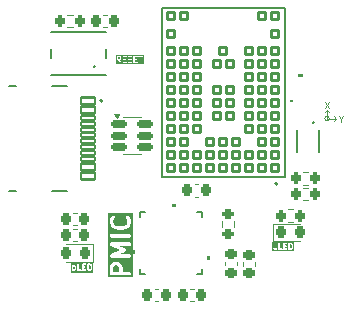
<source format=gto>
G04 #@! TF.GenerationSoftware,KiCad,Pcbnew,8.0.6*
G04 #@! TF.CreationDate,2025-05-06T14:47:19+02:00*
G04 #@! TF.ProjectId,nRF5340,6e524635-3334-4302-9e6b-696361645f70,rev?*
G04 #@! TF.SameCoordinates,Original*
G04 #@! TF.FileFunction,Legend,Top*
G04 #@! TF.FilePolarity,Positive*
%FSLAX46Y46*%
G04 Gerber Fmt 4.6, Leading zero omitted, Abs format (unit mm)*
G04 Created by KiCad (PCBNEW 8.0.6) date 2025-05-06 14:47:19*
%MOMM*%
%LPD*%
G01*
G04 APERTURE LIST*
G04 Aperture macros list*
%AMRoundRect*
0 Rectangle with rounded corners*
0 $1 Rounding radius*
0 $2 $3 $4 $5 $6 $7 $8 $9 X,Y pos of 4 corners*
0 Add a 4 corners polygon primitive as box body*
4,1,4,$2,$3,$4,$5,$6,$7,$8,$9,$2,$3,0*
0 Add four circle primitives for the rounded corners*
1,1,$1+$1,$2,$3*
1,1,$1+$1,$4,$5*
1,1,$1+$1,$6,$7*
1,1,$1+$1,$8,$9*
0 Add four rect primitives between the rounded corners*
20,1,$1+$1,$2,$3,$4,$5,0*
20,1,$1+$1,$4,$5,$6,$7,0*
20,1,$1+$1,$6,$7,$8,$9,0*
20,1,$1+$1,$8,$9,$2,$3,0*%
G04 Aperture macros list end*
%ADD10C,0.120000*%
%ADD11C,0.125000*%
%ADD12C,0.300000*%
%ADD13C,0.200000*%
%ADD14C,0.152400*%
%ADD15C,0.000000*%
%ADD16C,0.127000*%
%ADD17RoundRect,0.225000X0.225000X0.250000X-0.225000X0.250000X-0.225000X-0.250000X0.225000X-0.250000X0*%
%ADD18RoundRect,0.200000X-0.200000X-0.275000X0.200000X-0.275000X0.200000X0.275000X-0.200000X0.275000X0*%
%ADD19RoundRect,0.225000X-0.250000X0.225000X-0.250000X-0.225000X0.250000X-0.225000X0.250000X0.225000X0*%
%ADD20RoundRect,0.225000X-0.225000X-0.250000X0.225000X-0.250000X0.225000X0.250000X-0.225000X0.250000X0*%
%ADD21R,0.254000X0.762000*%
%ADD22R,0.762000X0.254000*%
%ADD23R,3.606800X3.606800*%
%ADD24RoundRect,0.218750X0.218750X0.256250X-0.218750X0.256250X-0.218750X-0.256250X0.218750X-0.256250X0*%
%ADD25R,0.990600X0.711200*%
%ADD26RoundRect,0.102000X0.300000X-0.300000X0.300000X0.300000X-0.300000X0.300000X-0.300000X-0.300000X0*%
%ADD27RoundRect,0.200000X0.200000X0.275000X-0.200000X0.275000X-0.200000X-0.275000X0.200000X-0.275000X0*%
%ADD28RoundRect,0.200000X0.275000X-0.200000X0.275000X0.200000X-0.275000X0.200000X-0.275000X-0.200000X0*%
%ADD29RoundRect,0.218750X-0.218750X-0.256250X0.218750X-0.256250X0.218750X0.256250X-0.218750X0.256250X0*%
%ADD30RoundRect,0.102000X-0.575000X0.300000X-0.575000X-0.300000X0.575000X-0.300000X0.575000X0.300000X0*%
%ADD31RoundRect,0.102000X-0.575000X0.150000X-0.575000X-0.150000X0.575000X-0.150000X0.575000X0.150000X0*%
%ADD32O,2.004000X1.204000*%
%ADD33O,2.404000X1.204000*%
%ADD34R,0.304800X0.711200*%
%ADD35R,1.092200X0.508000*%
%ADD36R,0.254000X0.279400*%
%ADD37R,0.279400X0.254000*%
%ADD38RoundRect,0.150000X-0.512500X-0.150000X0.512500X-0.150000X0.512500X0.150000X-0.512500X0.150000X0*%
%ADD39C,0.990600*%
G04 APERTURE END LIST*
D10*
X193532003Y-60000000D02*
G75*
G02*
X193167997Y-60000000I-182003J0D01*
G01*
X193167997Y-60000000D02*
G75*
G02*
X193532003Y-60000000I182003J0D01*
G01*
D11*
G36*
X171974738Y-72574152D02*
G01*
X171984202Y-72583616D01*
X171996878Y-72608967D01*
X171996878Y-72722317D01*
X171984202Y-72747668D01*
X171974738Y-72757133D01*
X171949386Y-72769809D01*
X171883783Y-72769809D01*
X171883783Y-72561476D01*
X171949386Y-72561476D01*
X171974738Y-72574152D01*
G37*
G36*
X173287522Y-72410746D02*
G01*
X173317537Y-72440761D01*
X173333741Y-72473169D01*
X173354021Y-72554288D01*
X173354021Y-72610329D01*
X173333741Y-72691448D01*
X173317538Y-72723855D01*
X173287520Y-72753873D01*
X173239712Y-72769809D01*
X173193307Y-72769809D01*
X173193307Y-72394809D01*
X173239711Y-72394809D01*
X173287522Y-72410746D01*
G37*
G36*
X173541521Y-73119218D02*
G01*
X171696283Y-73119218D01*
X171696283Y-72498976D01*
X171758783Y-72498976D01*
X171758783Y-72998976D01*
X171763541Y-73022894D01*
X171797365Y-73056718D01*
X171845201Y-73056718D01*
X171879025Y-73022894D01*
X171883783Y-72998976D01*
X171883783Y-72894809D01*
X171964140Y-72894809D01*
X171967209Y-72894198D01*
X171968570Y-72894652D01*
X171978236Y-72892004D01*
X171988058Y-72890051D01*
X171989071Y-72889037D01*
X171992090Y-72888211D01*
X172039709Y-72864402D01*
X172047624Y-72858258D01*
X172055953Y-72852694D01*
X172079763Y-72828884D01*
X172085326Y-72820557D01*
X172091471Y-72812640D01*
X172115280Y-72765022D01*
X172116106Y-72762002D01*
X172117120Y-72760989D01*
X172119074Y-72751161D01*
X172121720Y-72741501D01*
X172121267Y-72740142D01*
X172121878Y-72737071D01*
X172121878Y-72594214D01*
X172121267Y-72591142D01*
X172121720Y-72589784D01*
X172119074Y-72580123D01*
X172117120Y-72570296D01*
X172116106Y-72569282D01*
X172115280Y-72566263D01*
X172091471Y-72518645D01*
X172085326Y-72510727D01*
X172079763Y-72502401D01*
X172055953Y-72478591D01*
X172047624Y-72473026D01*
X172039709Y-72466883D01*
X171992090Y-72443074D01*
X171989071Y-72442247D01*
X171988058Y-72441234D01*
X171978236Y-72439280D01*
X171968570Y-72436633D01*
X171967209Y-72437086D01*
X171964140Y-72436476D01*
X171868902Y-72436476D01*
X171865830Y-72437086D01*
X171864472Y-72436634D01*
X171854811Y-72439279D01*
X171844984Y-72441234D01*
X171797365Y-72441234D01*
X171763541Y-72475058D01*
X171758783Y-72498976D01*
X171696283Y-72498976D01*
X171696283Y-72332309D01*
X172211164Y-72332309D01*
X172211164Y-72832309D01*
X172215922Y-72856227D01*
X172249746Y-72890051D01*
X172273664Y-72894809D01*
X172511759Y-72894809D01*
X172535677Y-72890051D01*
X172569501Y-72856227D01*
X172569501Y-72808391D01*
X172535677Y-72774567D01*
X172511759Y-72769809D01*
X172336164Y-72769809D01*
X172336164Y-72332309D01*
X172615926Y-72332309D01*
X172615926Y-72832309D01*
X172620684Y-72856227D01*
X172654508Y-72890051D01*
X172678426Y-72894809D01*
X172916521Y-72894809D01*
X172940439Y-72890051D01*
X172974263Y-72856227D01*
X172974263Y-72808391D01*
X172940439Y-72774567D01*
X172916521Y-72769809D01*
X172740926Y-72769809D01*
X172740926Y-72632904D01*
X172845093Y-72632904D01*
X172869011Y-72628146D01*
X172902835Y-72594322D01*
X172902835Y-72546486D01*
X172869011Y-72512662D01*
X172845093Y-72507904D01*
X172740926Y-72507904D01*
X172740926Y-72394809D01*
X172916521Y-72394809D01*
X172940439Y-72390051D01*
X172974263Y-72356227D01*
X172974263Y-72332309D01*
X173068307Y-72332309D01*
X173068307Y-72832309D01*
X173073065Y-72856227D01*
X173106889Y-72890051D01*
X173130807Y-72894809D01*
X173249855Y-72894809D01*
X173259680Y-72892854D01*
X173269619Y-72891602D01*
X173341047Y-72867793D01*
X173343767Y-72866242D01*
X173345201Y-72866242D01*
X173353534Y-72860673D01*
X173362233Y-72855715D01*
X173362873Y-72854434D01*
X173365478Y-72852694D01*
X173413097Y-72805074D01*
X173418666Y-72796737D01*
X173424803Y-72788831D01*
X173448614Y-72741212D01*
X173450422Y-72734607D01*
X173453346Y-72728419D01*
X173477155Y-72633181D01*
X173477527Y-72625532D01*
X173479021Y-72618023D01*
X173479021Y-72546595D01*
X173477527Y-72539085D01*
X173477155Y-72531437D01*
X173453346Y-72436199D01*
X173450422Y-72430010D01*
X173448614Y-72423406D01*
X173424803Y-72375787D01*
X173418662Y-72367875D01*
X173413096Y-72359544D01*
X173365477Y-72311925D01*
X173362875Y-72310186D01*
X173362234Y-72308904D01*
X173353522Y-72303937D01*
X173345200Y-72298377D01*
X173343769Y-72298377D01*
X173341048Y-72296826D01*
X173269620Y-72273016D01*
X173259678Y-72271763D01*
X173249855Y-72269809D01*
X173130807Y-72269809D01*
X173106889Y-72274567D01*
X173073065Y-72308391D01*
X173068307Y-72332309D01*
X172974263Y-72332309D01*
X172974263Y-72308391D01*
X172940439Y-72274567D01*
X172916521Y-72269809D01*
X172678426Y-72269809D01*
X172654508Y-72274567D01*
X172620684Y-72308391D01*
X172615926Y-72332309D01*
X172336164Y-72332309D01*
X172331406Y-72308391D01*
X172297582Y-72274567D01*
X172249746Y-72274567D01*
X172215922Y-72308391D01*
X172211164Y-72332309D01*
X171696283Y-72332309D01*
X171696283Y-72207309D01*
X173541521Y-72207309D01*
X173541521Y-73119218D01*
G37*
X193203664Y-58582309D02*
X193536997Y-59082309D01*
X193536997Y-58582309D02*
X193203664Y-59082309D01*
X193340166Y-60004668D02*
X193340166Y-59242764D01*
X193530642Y-59433240D02*
X193340166Y-59242764D01*
X193340166Y-59242764D02*
X193149690Y-59433240D01*
G36*
X190307522Y-70650746D02*
G01*
X190337537Y-70680761D01*
X190353741Y-70713169D01*
X190374021Y-70794288D01*
X190374021Y-70850329D01*
X190353741Y-70931448D01*
X190337538Y-70963855D01*
X190307520Y-70993873D01*
X190259712Y-71009809D01*
X190213307Y-71009809D01*
X190213307Y-70634809D01*
X190259711Y-70634809D01*
X190307522Y-70650746D01*
G37*
G36*
X190561521Y-71197309D02*
G01*
X188716283Y-71197309D01*
X188716283Y-70738976D01*
X188778783Y-70738976D01*
X188778783Y-71000880D01*
X188779393Y-71003951D01*
X188778941Y-71005310D01*
X188781586Y-71014970D01*
X188783541Y-71024798D01*
X188784554Y-71025811D01*
X188785381Y-71028831D01*
X188809191Y-71076451D01*
X188816820Y-71086280D01*
X188817877Y-71089450D01*
X188821406Y-71092189D01*
X188824144Y-71095716D01*
X188827311Y-71096771D01*
X188837143Y-71104402D01*
X188884761Y-71128211D01*
X188887780Y-71129037D01*
X188888794Y-71130051D01*
X188898621Y-71132005D01*
X188908282Y-71134651D01*
X188909640Y-71134198D01*
X188912712Y-71134809D01*
X188984140Y-71134809D01*
X188987209Y-71134198D01*
X188988570Y-71134652D01*
X188998236Y-71132004D01*
X189008058Y-71130051D01*
X189009071Y-71129037D01*
X189012090Y-71128211D01*
X189023904Y-71122304D01*
X189031651Y-71130051D01*
X189079487Y-71130051D01*
X189113311Y-71096227D01*
X189118069Y-71072309D01*
X189118069Y-70738976D01*
X189113311Y-70715058D01*
X189079487Y-70681234D01*
X189031651Y-70681234D01*
X188997827Y-70715058D01*
X188993069Y-70738976D01*
X188993069Y-70997967D01*
X188969386Y-71009809D01*
X188927466Y-71009809D01*
X188911678Y-71001915D01*
X188903783Y-70986125D01*
X188903783Y-70738976D01*
X188899025Y-70715058D01*
X188865201Y-70681234D01*
X188817365Y-70681234D01*
X188783541Y-70715058D01*
X188778783Y-70738976D01*
X188716283Y-70738976D01*
X188716283Y-70572309D01*
X189231164Y-70572309D01*
X189231164Y-71072309D01*
X189235922Y-71096227D01*
X189269746Y-71130051D01*
X189293664Y-71134809D01*
X189531759Y-71134809D01*
X189555677Y-71130051D01*
X189589501Y-71096227D01*
X189589501Y-71048391D01*
X189555677Y-71014567D01*
X189531759Y-71009809D01*
X189356164Y-71009809D01*
X189356164Y-70572309D01*
X189635926Y-70572309D01*
X189635926Y-71072309D01*
X189640684Y-71096227D01*
X189674508Y-71130051D01*
X189698426Y-71134809D01*
X189936521Y-71134809D01*
X189960439Y-71130051D01*
X189994263Y-71096227D01*
X189994263Y-71048391D01*
X189960439Y-71014567D01*
X189936521Y-71009809D01*
X189760926Y-71009809D01*
X189760926Y-70872904D01*
X189865093Y-70872904D01*
X189889011Y-70868146D01*
X189922835Y-70834322D01*
X189922835Y-70786486D01*
X189889011Y-70752662D01*
X189865093Y-70747904D01*
X189760926Y-70747904D01*
X189760926Y-70634809D01*
X189936521Y-70634809D01*
X189960439Y-70630051D01*
X189994263Y-70596227D01*
X189994263Y-70572309D01*
X190088307Y-70572309D01*
X190088307Y-71072309D01*
X190093065Y-71096227D01*
X190126889Y-71130051D01*
X190150807Y-71134809D01*
X190269855Y-71134809D01*
X190279680Y-71132854D01*
X190289619Y-71131602D01*
X190361047Y-71107793D01*
X190363767Y-71106242D01*
X190365201Y-71106242D01*
X190373534Y-71100673D01*
X190382233Y-71095715D01*
X190382873Y-71094434D01*
X190385478Y-71092694D01*
X190433097Y-71045074D01*
X190438666Y-71036737D01*
X190444803Y-71028831D01*
X190468614Y-70981212D01*
X190470422Y-70974607D01*
X190473346Y-70968419D01*
X190497155Y-70873181D01*
X190497527Y-70865532D01*
X190499021Y-70858023D01*
X190499021Y-70786595D01*
X190497527Y-70779085D01*
X190497155Y-70771437D01*
X190473346Y-70676199D01*
X190470422Y-70670010D01*
X190468614Y-70663406D01*
X190444803Y-70615787D01*
X190438662Y-70607875D01*
X190433096Y-70599544D01*
X190385477Y-70551925D01*
X190382875Y-70550186D01*
X190382234Y-70548904D01*
X190373522Y-70543937D01*
X190365200Y-70538377D01*
X190363769Y-70538377D01*
X190361048Y-70536826D01*
X190289620Y-70513016D01*
X190279678Y-70511763D01*
X190269855Y-70509809D01*
X190150807Y-70509809D01*
X190126889Y-70514567D01*
X190093065Y-70548391D01*
X190088307Y-70572309D01*
X189994263Y-70572309D01*
X189994263Y-70548391D01*
X189960439Y-70514567D01*
X189936521Y-70509809D01*
X189698426Y-70509809D01*
X189674508Y-70514567D01*
X189640684Y-70548391D01*
X189635926Y-70572309D01*
X189356164Y-70572309D01*
X189351406Y-70548391D01*
X189317582Y-70514567D01*
X189269746Y-70514567D01*
X189235922Y-70548391D01*
X189231164Y-70572309D01*
X188716283Y-70572309D01*
X188716283Y-70447309D01*
X190561521Y-70447309D01*
X190561521Y-71197309D01*
G37*
D12*
G36*
X175654830Y-72483051D02*
G01*
X175691835Y-72520056D01*
X175736542Y-72609469D01*
X175736542Y-72995489D01*
X175250828Y-72995489D01*
X175250828Y-72609470D01*
X175295535Y-72520055D01*
X175332539Y-72483051D01*
X175421952Y-72438346D01*
X175565418Y-72438346D01*
X175654830Y-72483051D01*
G37*
G36*
X176917495Y-73462156D02*
G01*
X174784161Y-73462156D01*
X174784161Y-72574060D01*
X174950828Y-72574060D01*
X174950828Y-73145489D01*
X174953710Y-73174753D01*
X174976108Y-73228825D01*
X175017492Y-73270209D01*
X175071564Y-73292607D01*
X175100828Y-73295489D01*
X176600828Y-73295489D01*
X176630092Y-73292607D01*
X176684164Y-73270209D01*
X176725548Y-73228825D01*
X176747946Y-73174753D01*
X176747946Y-73116225D01*
X176725548Y-73062153D01*
X176684164Y-73020769D01*
X176630092Y-72998371D01*
X176600828Y-72995489D01*
X176036542Y-72995489D01*
X176036542Y-72574060D01*
X176033660Y-72544796D01*
X176031597Y-72539817D01*
X176031216Y-72534442D01*
X176020706Y-72506979D01*
X175949278Y-72364121D01*
X175941351Y-72351529D01*
X175939835Y-72347868D01*
X175936451Y-72343745D01*
X175933613Y-72339236D01*
X175930621Y-72336641D01*
X175921180Y-72325137D01*
X175849751Y-72253708D01*
X175838249Y-72244268D01*
X175835653Y-72241275D01*
X175831139Y-72238434D01*
X175827020Y-72235053D01*
X175823360Y-72233537D01*
X175810767Y-72225610D01*
X175667910Y-72154182D01*
X175640446Y-72143672D01*
X175635070Y-72143290D01*
X175630092Y-72141228D01*
X175600828Y-72138346D01*
X175386542Y-72138346D01*
X175357278Y-72141228D01*
X175352299Y-72143290D01*
X175346924Y-72143672D01*
X175319461Y-72154182D01*
X175176603Y-72225610D01*
X175164008Y-72233538D01*
X175160349Y-72235054D01*
X175156228Y-72238435D01*
X175151718Y-72241275D01*
X175149123Y-72244266D01*
X175137618Y-72253709D01*
X175066190Y-72325138D01*
X175056752Y-72336637D01*
X175053758Y-72339235D01*
X175050915Y-72343751D01*
X175047536Y-72347869D01*
X175046021Y-72351525D01*
X175038093Y-72364121D01*
X174966664Y-72506978D01*
X174956155Y-72534441D01*
X174955773Y-72539815D01*
X174953710Y-72544796D01*
X174950828Y-72574060D01*
X174784161Y-72574060D01*
X174784161Y-70668264D01*
X174952567Y-70668264D01*
X174953710Y-70671407D01*
X174953710Y-70674753D01*
X174963671Y-70698801D01*
X174972568Y-70723267D01*
X174974827Y-70725734D01*
X174976108Y-70728825D01*
X174994505Y-70747222D01*
X175012095Y-70766430D01*
X175016063Y-70768780D01*
X175017492Y-70770209D01*
X175020760Y-70771562D01*
X175037395Y-70781416D01*
X175817550Y-71145489D01*
X175037395Y-71509562D01*
X175020760Y-71519415D01*
X175017492Y-71520769D01*
X175016063Y-71522197D01*
X175012095Y-71524548D01*
X174994505Y-71543755D01*
X174976108Y-71562153D01*
X174974827Y-71565243D01*
X174972568Y-71567711D01*
X174963671Y-71592176D01*
X174953710Y-71616225D01*
X174953710Y-71619570D01*
X174952567Y-71622714D01*
X174953710Y-71648718D01*
X174953710Y-71674753D01*
X174954990Y-71677843D01*
X174955137Y-71681184D01*
X174966147Y-71704779D01*
X174976108Y-71728825D01*
X174978471Y-71731188D01*
X174979887Y-71734222D01*
X174999094Y-71751811D01*
X175017492Y-71770209D01*
X175020582Y-71771489D01*
X175023050Y-71773749D01*
X175047515Y-71782645D01*
X175071564Y-71792607D01*
X175076152Y-71793058D01*
X175078053Y-71793750D01*
X175081591Y-71793594D01*
X175100828Y-71795489D01*
X176600828Y-71795489D01*
X176630092Y-71792607D01*
X176684164Y-71770209D01*
X176725548Y-71728825D01*
X176747946Y-71674753D01*
X176747946Y-71616225D01*
X176725548Y-71562153D01*
X176684164Y-71520769D01*
X176630092Y-71498371D01*
X176600828Y-71495489D01*
X175776962Y-71495489D01*
X176235690Y-71281416D01*
X176246403Y-71275069D01*
X176250035Y-71273749D01*
X176252603Y-71271397D01*
X176260990Y-71266429D01*
X176276380Y-71249623D01*
X176293198Y-71234222D01*
X176296018Y-71228178D01*
X176300517Y-71223266D01*
X176308303Y-71201854D01*
X176317949Y-71181185D01*
X176318241Y-71174523D01*
X176320518Y-71168264D01*
X176319517Y-71145489D01*
X176320518Y-71122714D01*
X176318241Y-71116454D01*
X176317949Y-71109793D01*
X176308303Y-71089123D01*
X176300517Y-71067712D01*
X176296018Y-71062799D01*
X176293198Y-71056756D01*
X176276380Y-71041354D01*
X176260990Y-71024549D01*
X176252603Y-71019580D01*
X176250035Y-71017229D01*
X176246403Y-71015908D01*
X176235690Y-71009562D01*
X175776962Y-70795489D01*
X176600828Y-70795489D01*
X176630092Y-70792607D01*
X176684164Y-70770209D01*
X176725548Y-70728825D01*
X176747946Y-70674753D01*
X176747946Y-70616225D01*
X176725548Y-70562153D01*
X176684164Y-70520769D01*
X176630092Y-70498371D01*
X176600828Y-70495489D01*
X175100828Y-70495489D01*
X175081591Y-70497383D01*
X175078053Y-70497228D01*
X175076152Y-70497919D01*
X175071564Y-70498371D01*
X175047515Y-70508332D01*
X175023050Y-70517229D01*
X175020582Y-70519488D01*
X175017492Y-70520769D01*
X174999094Y-70539166D01*
X174979887Y-70556756D01*
X174978471Y-70559789D01*
X174976108Y-70562153D01*
X174966147Y-70586198D01*
X174955137Y-70609794D01*
X174954990Y-70613134D01*
X174953710Y-70616225D01*
X174953710Y-70642259D01*
X174952567Y-70668264D01*
X174784161Y-70668264D01*
X174784161Y-69901939D01*
X174953710Y-69901939D01*
X174953710Y-69960467D01*
X174976108Y-70014539D01*
X175017492Y-70055923D01*
X175071564Y-70078321D01*
X175100828Y-70081203D01*
X176600828Y-70081203D01*
X176630092Y-70078321D01*
X176684164Y-70055923D01*
X176725548Y-70014539D01*
X176747946Y-69960467D01*
X176747946Y-69901939D01*
X176725548Y-69847867D01*
X176684164Y-69806483D01*
X176630092Y-69784085D01*
X176600828Y-69781203D01*
X175100828Y-69781203D01*
X175071564Y-69784085D01*
X175017492Y-69806483D01*
X174976108Y-69847867D01*
X174953710Y-69901939D01*
X174784161Y-69901939D01*
X174784161Y-68645488D01*
X174950828Y-68645488D01*
X174950828Y-68788345D01*
X174952286Y-68803156D01*
X174952006Y-68807106D01*
X174953187Y-68812300D01*
X174953710Y-68817609D01*
X174955227Y-68821271D01*
X174958526Y-68835779D01*
X175029954Y-69050065D01*
X175041943Y-69076916D01*
X175045473Y-69080986D01*
X175047536Y-69085966D01*
X175066191Y-69108697D01*
X175209048Y-69251554D01*
X175220550Y-69260994D01*
X175223146Y-69263987D01*
X175227655Y-69266825D01*
X175231778Y-69270209D01*
X175235440Y-69271725D01*
X175248032Y-69279652D01*
X175390888Y-69351081D01*
X175393030Y-69351900D01*
X175393900Y-69352545D01*
X175406171Y-69356929D01*
X175418352Y-69361590D01*
X175419432Y-69361666D01*
X175421591Y-69362438D01*
X175707305Y-69433866D01*
X175712376Y-69434615D01*
X175714421Y-69435463D01*
X175725443Y-69436548D01*
X175736394Y-69438168D01*
X175738581Y-69437842D01*
X175743685Y-69438345D01*
X175957971Y-69438345D01*
X175963074Y-69437842D01*
X175965262Y-69438168D01*
X175976212Y-69436548D01*
X175987235Y-69435463D01*
X175989279Y-69434615D01*
X175994351Y-69433866D01*
X176280065Y-69362438D01*
X176282223Y-69361666D01*
X176283304Y-69361590D01*
X176295478Y-69356931D01*
X176307756Y-69352545D01*
X176308626Y-69351900D01*
X176310767Y-69351081D01*
X176453624Y-69279652D01*
X176466217Y-69271724D01*
X176469877Y-69270209D01*
X176473996Y-69266827D01*
X176478510Y-69263987D01*
X176481106Y-69260993D01*
X176492608Y-69251554D01*
X176635466Y-69108697D01*
X176654121Y-69085967D01*
X176656183Y-69080987D01*
X176659715Y-69076916D01*
X176671703Y-69050065D01*
X176743131Y-68835779D01*
X176746430Y-68821266D01*
X176747946Y-68817609D01*
X176748468Y-68812306D01*
X176749651Y-68807105D01*
X176749369Y-68803150D01*
X176750828Y-68788345D01*
X176750828Y-68645488D01*
X176749369Y-68630682D01*
X176749651Y-68626728D01*
X176748468Y-68621526D01*
X176747946Y-68616224D01*
X176746430Y-68612566D01*
X176743131Y-68598054D01*
X176671703Y-68383768D01*
X176659715Y-68356917D01*
X176656181Y-68352842D01*
X176654120Y-68347866D01*
X176635465Y-68325135D01*
X176564036Y-68253707D01*
X176541305Y-68235053D01*
X176487233Y-68212656D01*
X176428707Y-68212656D01*
X176374635Y-68235054D01*
X176333250Y-68276440D01*
X176310853Y-68330512D01*
X176310853Y-68389038D01*
X176333251Y-68443110D01*
X176351906Y-68465841D01*
X176398294Y-68512228D01*
X176450828Y-68669830D01*
X176450828Y-68764002D01*
X176398294Y-68921604D01*
X176297688Y-69022209D01*
X176191328Y-69075390D01*
X175939507Y-69138345D01*
X175762149Y-69138345D01*
X175510327Y-69075389D01*
X175403968Y-69022210D01*
X175303361Y-68921603D01*
X175250828Y-68764004D01*
X175250828Y-68669828D01*
X175303361Y-68512229D01*
X175349751Y-68465840D01*
X175368406Y-68443110D01*
X175390802Y-68389037D01*
X175390802Y-68330511D01*
X175368406Y-68276439D01*
X175327020Y-68235053D01*
X175272948Y-68212657D01*
X175214422Y-68212657D01*
X175160349Y-68235053D01*
X175137619Y-68253708D01*
X175066191Y-68325136D01*
X175047536Y-68347867D01*
X175045473Y-68352846D01*
X175041943Y-68356917D01*
X175029954Y-68383768D01*
X174958526Y-68598054D01*
X174955227Y-68612561D01*
X174953710Y-68616224D01*
X174953187Y-68621532D01*
X174952006Y-68626727D01*
X174952286Y-68630676D01*
X174950828Y-68645488D01*
X174784161Y-68645488D01*
X174784161Y-68045989D01*
X176917495Y-68045989D01*
X176917495Y-73462156D01*
G37*
D11*
X194496521Y-60069214D02*
X194496521Y-60307309D01*
X194329855Y-59807309D02*
X194496521Y-60069214D01*
X194496521Y-60069214D02*
X194663188Y-59807309D01*
G36*
X175802357Y-54827485D02*
G01*
X175811822Y-54836950D01*
X175824497Y-54862300D01*
X175824497Y-54904222D01*
X175811822Y-54929572D01*
X175802357Y-54939037D01*
X175777005Y-54951714D01*
X175663783Y-54951714D01*
X175663783Y-54814809D01*
X175777005Y-54814809D01*
X175802357Y-54827485D01*
G37*
G36*
X177816763Y-55377309D02*
G01*
X175476283Y-55377309D01*
X175476283Y-54752309D01*
X175538783Y-54752309D01*
X175538783Y-55252309D01*
X175543541Y-55276227D01*
X175577365Y-55310051D01*
X175625201Y-55310051D01*
X175659025Y-55276227D01*
X175663783Y-55252309D01*
X175663783Y-55076714D01*
X175687790Y-55076714D01*
X175835795Y-55288151D01*
X175853409Y-55305016D01*
X175900516Y-55313329D01*
X175939704Y-55285897D01*
X175948017Y-55238791D01*
X175938199Y-55216468D01*
X175831593Y-55064173D01*
X175867329Y-55046305D01*
X175875237Y-55040166D01*
X175883571Y-55034599D01*
X175907381Y-55010790D01*
X175912945Y-55002462D01*
X175919090Y-54994545D01*
X175942899Y-54946927D01*
X175943725Y-54943907D01*
X175944739Y-54942894D01*
X175946693Y-54933066D01*
X175949339Y-54923406D01*
X175948886Y-54922047D01*
X175949497Y-54918976D01*
X175949497Y-54847547D01*
X175948886Y-54844475D01*
X175949339Y-54843117D01*
X175946693Y-54833456D01*
X175944739Y-54823629D01*
X175943725Y-54822615D01*
X175942899Y-54819596D01*
X175919090Y-54771978D01*
X175912945Y-54764060D01*
X175907381Y-54755733D01*
X175903957Y-54752309D01*
X176038783Y-54752309D01*
X176038783Y-55252309D01*
X176043541Y-55276227D01*
X176077365Y-55310051D01*
X176101283Y-55314809D01*
X176339378Y-55314809D01*
X176363296Y-55310051D01*
X176397120Y-55276227D01*
X176397120Y-55228391D01*
X176363296Y-55194567D01*
X176339378Y-55189809D01*
X176163783Y-55189809D01*
X176163783Y-55052904D01*
X176267950Y-55052904D01*
X176291868Y-55048146D01*
X176325692Y-55014322D01*
X176325692Y-54966486D01*
X176291868Y-54932662D01*
X176267950Y-54927904D01*
X176163783Y-54927904D01*
X176163783Y-54847547D01*
X176467355Y-54847547D01*
X176467355Y-54895166D01*
X176467965Y-54898235D01*
X176467512Y-54899596D01*
X176470159Y-54909262D01*
X176472113Y-54919084D01*
X176473126Y-54920097D01*
X176473953Y-54923116D01*
X176497762Y-54970735D01*
X176503905Y-54978650D01*
X176509470Y-54986979D01*
X176533280Y-55010789D01*
X176541606Y-55016352D01*
X176549524Y-55022497D01*
X176597142Y-55046306D01*
X176603743Y-55048113D01*
X176609934Y-55051038D01*
X176698517Y-55073184D01*
X176730928Y-55089389D01*
X176740393Y-55098855D01*
X176753069Y-55124205D01*
X176753069Y-55142317D01*
X176740393Y-55167667D01*
X176730928Y-55177133D01*
X176705577Y-55189809D01*
X176611426Y-55189809D01*
X176549619Y-55169207D01*
X176525424Y-55166158D01*
X176482639Y-55187550D01*
X176467513Y-55232931D01*
X176488905Y-55275716D01*
X176510091Y-55287793D01*
X176581519Y-55311602D01*
X176591462Y-55312855D01*
X176601283Y-55314809D01*
X176720331Y-55314809D01*
X176723400Y-55314198D01*
X176724761Y-55314652D01*
X176734427Y-55312004D01*
X176744249Y-55310051D01*
X176745262Y-55309037D01*
X176748281Y-55308211D01*
X176795900Y-55284402D01*
X176803814Y-55278259D01*
X176812145Y-55272693D01*
X176835954Y-55248883D01*
X176841521Y-55240549D01*
X176847660Y-55232641D01*
X176871471Y-55185022D01*
X176872297Y-55182002D01*
X176873311Y-55180989D01*
X176875265Y-55171163D01*
X176877911Y-55161502D01*
X176877457Y-55160142D01*
X176878069Y-55157071D01*
X176878069Y-55109452D01*
X176877457Y-55106380D01*
X176877911Y-55105021D01*
X176875265Y-55095359D01*
X176873311Y-55085534D01*
X176872297Y-55084520D01*
X176871471Y-55081501D01*
X176847660Y-55033882D01*
X176841521Y-55025973D01*
X176835954Y-55017640D01*
X176812145Y-54993830D01*
X176803814Y-54988263D01*
X176795900Y-54982121D01*
X176748281Y-54958312D01*
X176741679Y-54956504D01*
X176735490Y-54953580D01*
X176646905Y-54931433D01*
X176614495Y-54915228D01*
X176605031Y-54905764D01*
X176592355Y-54880412D01*
X176592355Y-54862301D01*
X176605030Y-54836949D01*
X176614496Y-54827484D01*
X176639846Y-54814809D01*
X176733997Y-54814809D01*
X176795805Y-54835412D01*
X176820000Y-54838461D01*
X176862784Y-54817069D01*
X176877912Y-54771688D01*
X176868222Y-54752309D01*
X176967354Y-54752309D01*
X176967354Y-55252309D01*
X176972112Y-55276227D01*
X177005936Y-55310051D01*
X177029854Y-55314809D01*
X177267949Y-55314809D01*
X177291867Y-55310051D01*
X177325691Y-55276227D01*
X177325691Y-55228391D01*
X177291867Y-55194567D01*
X177267949Y-55189809D01*
X177092354Y-55189809D01*
X177092354Y-55052904D01*
X177196521Y-55052904D01*
X177220439Y-55048146D01*
X177254263Y-55014322D01*
X177254263Y-54966486D01*
X177220439Y-54932662D01*
X177196521Y-54927904D01*
X177092354Y-54927904D01*
X177092354Y-54814809D01*
X177267949Y-54814809D01*
X177291867Y-54810051D01*
X177325691Y-54776227D01*
X177325691Y-54728391D01*
X177353065Y-54728391D01*
X177353065Y-54776227D01*
X177386889Y-54810051D01*
X177410807Y-54814809D01*
X177491164Y-54814809D01*
X177491164Y-55252309D01*
X177495922Y-55276227D01*
X177529746Y-55310051D01*
X177577582Y-55310051D01*
X177611406Y-55276227D01*
X177616164Y-55252309D01*
X177616164Y-54814809D01*
X177696521Y-54814809D01*
X177720439Y-54810051D01*
X177754263Y-54776227D01*
X177754263Y-54728391D01*
X177720439Y-54694567D01*
X177696521Y-54689809D01*
X177410807Y-54689809D01*
X177386889Y-54694567D01*
X177353065Y-54728391D01*
X177325691Y-54728391D01*
X177291867Y-54694567D01*
X177267949Y-54689809D01*
X177029854Y-54689809D01*
X177005936Y-54694567D01*
X176972112Y-54728391D01*
X176967354Y-54752309D01*
X176868222Y-54752309D01*
X176856520Y-54728904D01*
X176835334Y-54716826D01*
X176763904Y-54693016D01*
X176753965Y-54691763D01*
X176744140Y-54689809D01*
X176625093Y-54689809D01*
X176622021Y-54690420D01*
X176620662Y-54689967D01*
X176611000Y-54692612D01*
X176601175Y-54694567D01*
X176600161Y-54695580D01*
X176597142Y-54696407D01*
X176549523Y-54720218D01*
X176541614Y-54726356D01*
X176533281Y-54731924D01*
X176509471Y-54755733D01*
X176503904Y-54764063D01*
X176497762Y-54771978D01*
X176473953Y-54819597D01*
X176473126Y-54822615D01*
X176472113Y-54823629D01*
X176470159Y-54833450D01*
X176467512Y-54843117D01*
X176467965Y-54844477D01*
X176467355Y-54847547D01*
X176163783Y-54847547D01*
X176163783Y-54814809D01*
X176339378Y-54814809D01*
X176363296Y-54810051D01*
X176397120Y-54776227D01*
X176397120Y-54728391D01*
X176363296Y-54694567D01*
X176339378Y-54689809D01*
X176101283Y-54689809D01*
X176077365Y-54694567D01*
X176043541Y-54728391D01*
X176038783Y-54752309D01*
X175903957Y-54752309D01*
X175883571Y-54731924D01*
X175875237Y-54726356D01*
X175867329Y-54720218D01*
X175819710Y-54696408D01*
X175816691Y-54695581D01*
X175815677Y-54694567D01*
X175805846Y-54692611D01*
X175796190Y-54689967D01*
X175794830Y-54690420D01*
X175791759Y-54689809D01*
X175601283Y-54689809D01*
X175577365Y-54694567D01*
X175543541Y-54728391D01*
X175538783Y-54752309D01*
X175476283Y-54752309D01*
X175476283Y-54627309D01*
X177816763Y-54627309D01*
X177816763Y-55377309D01*
G37*
X193370332Y-60015166D02*
X194132237Y-60015166D01*
X193941760Y-60205642D02*
X194132237Y-60015166D01*
X194132237Y-60015166D02*
X193941760Y-59824690D01*
D13*
X173650326Y-55643019D02*
X173602707Y-55595400D01*
X173602707Y-55595400D02*
X173650326Y-55547780D01*
X173650326Y-55547780D02*
X173697945Y-55595400D01*
X173697945Y-55595400D02*
X173650326Y-55643019D01*
X173650326Y-55643019D02*
X173650326Y-55547780D01*
X192222972Y-60308973D02*
X192175353Y-60356592D01*
X192175353Y-60356592D02*
X192127733Y-60308973D01*
X192127733Y-60308973D02*
X192175353Y-60261354D01*
X192175353Y-60261354D02*
X192222972Y-60308973D01*
X192222972Y-60308973D02*
X192127733Y-60308973D01*
X190298879Y-58490327D02*
X190346499Y-58442708D01*
X190346499Y-58442708D02*
X190394118Y-58490327D01*
X190394118Y-58490327D02*
X190346499Y-58537946D01*
X190346499Y-58537946D02*
X190298879Y-58490327D01*
X190298879Y-58490327D02*
X190394118Y-58490327D01*
D10*
X172165581Y-69390000D02*
X171884419Y-69390001D01*
X172165581Y-70409999D02*
X171884419Y-70410000D01*
X171362742Y-51227500D02*
X171837258Y-51227500D01*
X171362742Y-52272500D02*
X171837258Y-52272500D01*
X186220000Y-72169419D02*
X186220001Y-72450581D01*
X187239999Y-72169419D02*
X187240000Y-72450581D01*
X174409419Y-51240001D02*
X174690581Y-51240000D01*
X174409419Y-52260000D02*
X174690581Y-52259999D01*
D14*
X177511099Y-67916800D02*
X177511100Y-68335960D01*
X177511099Y-73174600D02*
X177930259Y-73174599D01*
X177511100Y-72755438D02*
X177511099Y-73174600D01*
X177930261Y-67916801D02*
X177511099Y-67916800D01*
X182349737Y-73174599D02*
X182768899Y-73174600D01*
X182768898Y-68335962D02*
X182768899Y-67916800D01*
X182768899Y-67916800D02*
X182349739Y-67916801D01*
X182768899Y-73174600D02*
X182768898Y-72755440D01*
D15*
G36*
X177079299Y-71486200D02*
G01*
X176825299Y-71486201D01*
X176825299Y-71105201D01*
X177079299Y-71105201D01*
X177079299Y-71486200D01*
G37*
G36*
X180580499Y-67485000D02*
G01*
X180199498Y-67485000D01*
X180199498Y-67231000D01*
X180580499Y-67231000D01*
X180580499Y-67485000D01*
G37*
G36*
X183454699Y-71986200D02*
G01*
X183200699Y-71986200D01*
X183200699Y-71605200D01*
X183454700Y-71605199D01*
X183454699Y-71986200D01*
G37*
D10*
X182092779Y-74430001D02*
X181767221Y-74430001D01*
X182092779Y-75449999D02*
X181767221Y-75449999D01*
D14*
X169975900Y-56353800D02*
X174624099Y-56353803D01*
X169975901Y-54138338D02*
X169975902Y-54911658D01*
X174624099Y-54911662D02*
X174624098Y-54138342D01*
X174624100Y-52696200D02*
X169975901Y-52696197D01*
D10*
X184720000Y-72149419D02*
X184720001Y-72430581D01*
X185739999Y-72149419D02*
X185740000Y-72430581D01*
X191287742Y-65877500D02*
X191762258Y-65877500D01*
X191287742Y-66922500D02*
X191762258Y-66922500D01*
X191287742Y-64552500D02*
X191762258Y-64552500D01*
X191287742Y-65597500D02*
X191762258Y-65597500D01*
D16*
X179375004Y-50674999D02*
X189775002Y-50674998D01*
X179375004Y-64975000D02*
X179375004Y-50674999D01*
X189775002Y-50674998D02*
X189775004Y-64974998D01*
X189775004Y-64974998D02*
X179375004Y-64975000D01*
D13*
X189165012Y-65525000D02*
G75*
G02*
X188964996Y-65525000I-100008J0D01*
G01*
X188964996Y-65525000D02*
G75*
G02*
X189165012Y-65525000I100008J0D01*
G01*
D10*
X171234997Y-72139999D02*
X173519999Y-72139998D01*
X173519998Y-70669998D02*
X171235000Y-70669997D01*
X173519999Y-72139998D02*
X173519998Y-70669998D01*
X179060581Y-74420000D02*
X178779419Y-74420001D01*
X179060581Y-75439999D02*
X178779419Y-75440000D01*
X190487258Y-67702500D02*
X190012742Y-67702500D01*
X190487258Y-68747500D02*
X190012742Y-68747500D01*
X182159419Y-65590001D02*
X182440581Y-65590000D01*
X182159419Y-66610000D02*
X182440581Y-66609999D01*
X184452500Y-69177260D02*
X184452500Y-68702744D01*
X185497500Y-69177260D02*
X185497500Y-68702744D01*
X188765001Y-68915000D02*
X188765002Y-70385000D01*
X188765002Y-70385000D02*
X191050000Y-70385001D01*
X191050003Y-68914999D02*
X188765001Y-68915000D01*
D16*
X166437500Y-57220750D02*
X167037501Y-57220752D01*
X166437501Y-66160747D02*
X167037500Y-66160752D01*
X171337499Y-66160751D02*
X170037499Y-66160748D01*
X171337502Y-57220748D02*
X170037500Y-57220748D01*
D13*
X174337501Y-58490748D02*
G75*
G02*
X174137497Y-58490748I-100002J0D01*
G01*
X174137497Y-58490748D02*
G75*
G02*
X174337501Y-58490748I100002J0D01*
G01*
D14*
X190797851Y-60972200D02*
X190797851Y-62826400D01*
X192652051Y-62826400D02*
X192652051Y-60972200D01*
D10*
X172165579Y-68014999D02*
X171884417Y-68015000D01*
X172165579Y-69034998D02*
X171884417Y-69034999D01*
D15*
G36*
X191277399Y-56494300D02*
G01*
X190896400Y-56494301D01*
X190896400Y-56240300D01*
X191277399Y-56240300D01*
X191277399Y-56494300D01*
G37*
D10*
X176840000Y-59890000D02*
X176040000Y-59890000D01*
X176840000Y-59890000D02*
X177640000Y-59890000D01*
X176840000Y-63010000D02*
X176040000Y-63010000D01*
X176840000Y-63010000D02*
X177640000Y-63010000D01*
X175539999Y-59940004D02*
X175300000Y-59610000D01*
X175780001Y-59610000D01*
X175539999Y-59940004D01*
G36*
X175539999Y-59940004D02*
G01*
X175300000Y-59610000D01*
X175780001Y-59610000D01*
X175539999Y-59940004D01*
G37*
%LPC*%
D17*
X172800001Y-69900000D03*
X171249999Y-69900000D03*
D18*
X170775000Y-51750000D03*
X172425000Y-51750000D03*
D19*
X186730000Y-71534999D03*
X186730000Y-73085001D03*
D20*
X173774999Y-51750000D03*
X175325001Y-51750000D03*
D21*
X178390000Y-72971400D03*
X178890000Y-72971404D03*
X179389998Y-72971399D03*
X179889999Y-72971401D03*
X180390002Y-72971399D03*
X180890000Y-72971400D03*
X181389998Y-72971400D03*
X181889998Y-72971400D03*
D22*
X182565699Y-72295699D03*
X182565703Y-71795699D03*
X182565698Y-71295701D03*
X182565700Y-70795700D03*
X182565698Y-70295697D03*
X182565699Y-69795699D03*
X182565699Y-69295701D03*
X182565699Y-68795701D03*
D21*
X181889998Y-68120000D03*
X181389998Y-68119996D03*
X180890000Y-68120001D03*
X180389999Y-68119999D03*
X179889996Y-68120001D03*
X179389998Y-68120000D03*
X178890000Y-68120000D03*
X178390000Y-68120000D03*
D22*
X177714299Y-68795701D03*
X177714295Y-69295701D03*
X177714300Y-69795699D03*
X177714298Y-70295700D03*
X177714300Y-70795703D03*
X177714299Y-71295701D03*
X177714299Y-71795699D03*
X177714299Y-72295699D03*
D23*
X180139999Y-70545700D03*
D24*
X182717502Y-74939999D03*
X181142498Y-74940001D03*
D25*
X174550001Y-55599999D03*
X170049998Y-55599999D03*
X174550002Y-53450001D03*
X170049999Y-53450001D03*
D19*
X185230000Y-71514999D03*
X185230000Y-73065001D03*
D18*
X190700000Y-66400000D03*
X192350000Y-66400000D03*
X190700000Y-65075000D03*
X192350000Y-65075000D03*
D26*
X188975006Y-64224999D03*
X187875005Y-64225000D03*
X186775003Y-64224997D03*
X185675004Y-64225000D03*
X184575005Y-64225003D03*
X183475004Y-64225000D03*
X182375002Y-64225001D03*
X181275004Y-64225001D03*
X180175004Y-64224998D03*
X188975004Y-63125000D03*
X187875004Y-63125004D03*
X186775004Y-63125000D03*
X185675004Y-63125002D03*
X184575004Y-63125000D03*
X183475006Y-63125002D03*
X182375004Y-63125000D03*
X181275003Y-63124999D03*
X180175004Y-63125000D03*
X188975003Y-62025001D03*
X187875004Y-62025001D03*
X185675004Y-62025000D03*
X184575000Y-62025000D03*
X183475004Y-62025000D03*
X181275003Y-62025000D03*
X180175000Y-62025000D03*
X188975004Y-60925000D03*
X187875004Y-60925000D03*
X186775004Y-60925000D03*
X182375004Y-60925000D03*
X181275009Y-60924998D03*
X180175004Y-60925000D03*
X188975006Y-59824998D03*
X187875004Y-59825000D03*
X186775004Y-59825001D03*
X185125004Y-59825000D03*
X184025004Y-59825000D03*
X182375004Y-59825000D03*
X181275004Y-59825000D03*
X180175002Y-59825000D03*
X188975004Y-58725000D03*
X187875004Y-58725004D03*
X186775004Y-58725000D03*
X185125002Y-58725001D03*
X184025006Y-58724999D03*
X182375004Y-58725000D03*
X181275004Y-58724996D03*
X180175004Y-58725000D03*
X188975006Y-57625000D03*
X187875004Y-57625000D03*
X186775004Y-57625000D03*
X185125004Y-57625000D03*
X184025004Y-57625000D03*
X182375004Y-57624999D03*
X181275004Y-57625000D03*
X180175002Y-57625002D03*
X188975004Y-56525000D03*
X187874999Y-56525002D03*
X186775004Y-56525000D03*
X182375004Y-56525000D03*
X181275004Y-56525000D03*
X180175004Y-56525000D03*
X188975008Y-55425000D03*
X187875005Y-55425000D03*
X186775004Y-55425000D03*
X185125004Y-55425000D03*
X184025004Y-55425000D03*
X182375006Y-55425005D03*
X181275004Y-55424999D03*
X180175005Y-55424999D03*
X188975004Y-54325000D03*
X187875005Y-54325001D03*
X186775004Y-54325000D03*
X184575004Y-54325000D03*
X182375004Y-54325000D03*
X181275004Y-54324996D03*
X180175004Y-54325000D03*
X188975004Y-52825000D03*
X180175002Y-52824999D03*
X188975004Y-51325000D03*
X187875004Y-51325000D03*
X181275004Y-51325000D03*
X180175004Y-51325000D03*
D24*
X172822499Y-71405000D03*
X171247495Y-71404998D03*
D17*
X179695001Y-74930000D03*
X178144999Y-74930000D03*
D27*
X191075000Y-68225000D03*
X189425000Y-68225000D03*
D20*
X181524999Y-66100000D03*
X183075001Y-66100000D03*
D28*
X184975000Y-69765002D03*
X184975000Y-68115002D03*
D29*
X189462501Y-69649998D03*
X191037505Y-69650000D03*
D30*
X173112500Y-58490747D03*
X173112500Y-59290750D03*
D31*
X173112499Y-60440751D03*
X173112502Y-61440747D03*
X173112500Y-61940747D03*
X173112502Y-62940751D03*
D30*
X173112500Y-64090750D03*
X173112503Y-64890753D03*
D31*
X173112500Y-63440750D03*
X173112498Y-62440752D03*
X173112499Y-60940750D03*
X173112500Y-59940750D03*
D32*
X172537501Y-57370748D03*
D33*
X168537500Y-57370747D03*
D32*
X172537502Y-66010752D03*
D33*
X168537500Y-66010753D03*
D34*
X192125000Y-61149999D03*
X191324900Y-61149997D03*
X191324902Y-62648601D03*
X192125002Y-62648603D03*
D35*
X191724951Y-61899300D03*
D17*
X172799999Y-68524999D03*
X171249997Y-68524999D03*
D36*
X191086899Y-58412000D03*
X191586901Y-58412000D03*
X192086900Y-58412001D03*
X192586900Y-58412000D03*
D37*
X192598900Y-57899999D03*
X192598901Y-57400000D03*
D36*
X192586901Y-56888000D03*
X192086899Y-56888000D03*
X191586900Y-56887999D03*
X191086900Y-56888000D03*
D37*
X191074900Y-57400001D03*
X191074899Y-57900000D03*
D38*
X175702500Y-60500000D03*
X175702500Y-61450000D03*
X175702500Y-62400000D03*
X177977500Y-62400000D03*
X177977500Y-61450000D03*
X177977500Y-60500000D03*
D39*
X177165001Y-58270004D03*
X176149000Y-53190001D03*
X178181002Y-53190001D03*
%LPD*%
M02*

</source>
